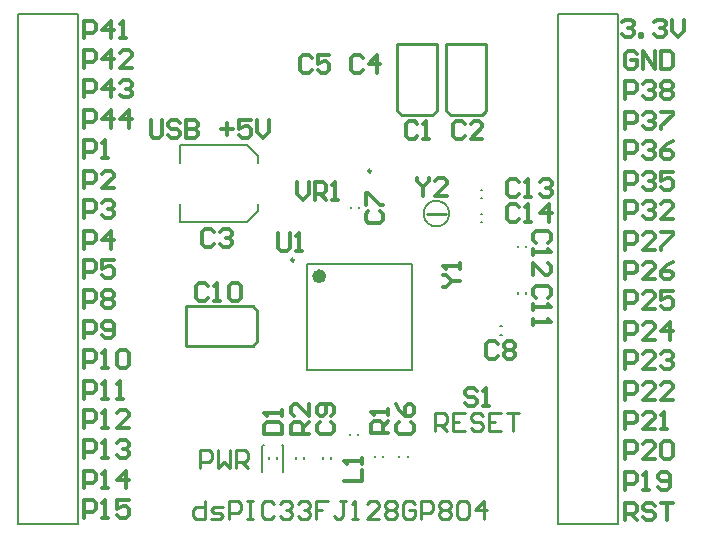
<source format=gto>
G04 Layer_Color=65535*
%FSLAX25Y25*%
%MOIN*%
G70*
G01*
G75*
%ADD32C,0.00984*%
%ADD33C,0.00787*%
%ADD34C,0.02362*%
%ADD35C,0.01000*%
%ADD36C,0.01181*%
D32*
X121539Y121153D02*
G03*
X121539Y121153I-492J0D01*
G01*
X95870Y91496D02*
G03*
X95870Y91496I-492J0D01*
G01*
D33*
X147577Y106968D02*
G03*
X147577Y106968I-4259J0D01*
G01*
X3819Y173500D02*
X23819D01*
X3819Y3500D02*
X23819D01*
X3819D02*
Y173500D01*
X23819Y3500D02*
Y173500D01*
X183819D02*
X203819D01*
X183819Y3500D02*
X203819D01*
X183819D02*
Y173500D01*
X203819Y3500D02*
Y173500D01*
X83811Y107748D02*
Y110307D01*
X80071Y104008D02*
X83811Y107748D01*
X80071Y129992D02*
X83811Y126252D01*
Y123693D02*
Y126252D01*
X57827Y104008D02*
X80071D01*
X57827D02*
Y110307D01*
Y123693D02*
Y129992D01*
X80071D01*
X100299Y54980D02*
Y90020D01*
X135339Y54980D02*
Y90020D01*
X100299D02*
X135339D01*
X100299Y54980D02*
X135339D01*
X122909Y25815D02*
Y26209D01*
X125665Y25815D02*
Y26209D01*
X133728Y25791D02*
Y26185D01*
X130972Y25791D02*
Y26185D01*
X114909Y108815D02*
Y109209D01*
X117665Y108815D02*
Y109209D01*
X164634Y69410D02*
X165028D01*
X164634Y66654D02*
X165028D01*
X108228Y25291D02*
Y25685D01*
X105472Y25291D02*
Y25685D01*
X170409Y80315D02*
Y80709D01*
X173165Y80315D02*
Y80709D01*
X173228Y95791D02*
Y96185D01*
X170472Y95791D02*
Y96185D01*
X158134Y106910D02*
X158528D01*
X158134Y104154D02*
X158528D01*
X158134Y114910D02*
X158528D01*
X158134Y112153D02*
X158528D01*
X114409Y33059D02*
Y33453D01*
X117165Y33059D02*
Y33453D01*
X99228Y25291D02*
Y25685D01*
X96472Y25291D02*
Y25685D01*
X87472Y25291D02*
Y25685D01*
X90228Y25291D02*
Y25685D01*
X85319Y21000D02*
Y29500D01*
X85819Y30000D01*
X92319Y21000D02*
Y29500D01*
X91819Y30000D02*
X92319Y29500D01*
D34*
X105417Y86083D02*
G03*
X105417Y86083I-1181J0D01*
G01*
D35*
X146626Y141264D02*
X148201Y139689D01*
X158437D02*
X160012Y141264D01*
X148201Y139689D02*
X158437D01*
X146626Y163508D02*
X160012D01*
Y141264D02*
Y163508D01*
X146626Y141264D02*
Y163508D01*
X130126Y141264D02*
X131701Y139689D01*
X141937D02*
X143512Y141264D01*
X131701Y139689D02*
X141937D01*
X130126Y163508D02*
X143512D01*
Y141264D02*
Y163508D01*
X130126Y141264D02*
Y163508D01*
X140169Y106968D02*
X146468D01*
X82055Y62807D02*
X83630Y64382D01*
X82055Y76193D02*
X83630Y74618D01*
Y64382D02*
Y74618D01*
X59811Y62807D02*
Y76193D01*
X82055D01*
X59811Y62807D02*
X82055D01*
X64567Y22047D02*
Y28045D01*
X67566D01*
X68566Y27046D01*
Y25046D01*
X67566Y24047D01*
X64567D01*
X70565Y28045D02*
Y22047D01*
X72564Y24047D01*
X74564Y22047D01*
Y28045D01*
X76563Y22047D02*
Y28045D01*
X79562D01*
X80562Y27046D01*
Y25046D01*
X79562Y24047D01*
X76563D01*
X78562D02*
X80562Y22047D01*
X142819Y34500D02*
Y40498D01*
X145818D01*
X146818Y39498D01*
Y37499D01*
X145818Y36499D01*
X142819D01*
X144818D02*
X146818Y34500D01*
X152816Y40498D02*
X148817D01*
Y34500D01*
X152816D01*
X148817Y37499D02*
X150816D01*
X158814Y39498D02*
X157814Y40498D01*
X155815D01*
X154815Y39498D01*
Y38499D01*
X155815Y37499D01*
X157814D01*
X158814Y36499D01*
Y35500D01*
X157814Y34500D01*
X155815D01*
X154815Y35500D01*
X164812Y40498D02*
X160813D01*
Y34500D01*
X164812D01*
X160813Y37499D02*
X162812D01*
X166811Y40498D02*
X170810D01*
X168810D01*
Y34500D01*
X66203Y11116D02*
Y5118D01*
X63204D01*
X62205Y6118D01*
Y8117D01*
X63204Y9117D01*
X66203D01*
X68203Y5118D02*
X71202D01*
X72202Y6118D01*
X71202Y7118D01*
X69203D01*
X68203Y8117D01*
X69203Y9117D01*
X72202D01*
X74201Y5118D02*
Y11116D01*
X77200D01*
X78199Y10116D01*
Y8117D01*
X77200Y7118D01*
X74201D01*
X80199Y11116D02*
X82198D01*
X81199D01*
Y5118D01*
X80199D01*
X82198D01*
X89196Y10116D02*
X88196Y11116D01*
X86197D01*
X85197Y10116D01*
Y6118D01*
X86197Y5118D01*
X88196D01*
X89196Y6118D01*
X91195Y10116D02*
X92195Y11116D01*
X94194D01*
X95194Y10116D01*
Y9117D01*
X94194Y8117D01*
X93195D01*
X94194D01*
X95194Y7118D01*
Y6118D01*
X94194Y5118D01*
X92195D01*
X91195Y6118D01*
X97193Y10116D02*
X98193Y11116D01*
X100192D01*
X101192Y10116D01*
Y9117D01*
X100192Y8117D01*
X99193D01*
X100192D01*
X101192Y7118D01*
Y6118D01*
X100192Y5118D01*
X98193D01*
X97193Y6118D01*
X107190Y11116D02*
X103191D01*
Y8117D01*
X105191D01*
X103191D01*
Y5118D01*
X113188Y11116D02*
X111189D01*
X112189D01*
Y6118D01*
X111189Y5118D01*
X110189D01*
X109189Y6118D01*
X115188Y5118D02*
X117187D01*
X116187D01*
Y11116D01*
X115188Y10116D01*
X124185Y5118D02*
X120186D01*
X124185Y9117D01*
Y10116D01*
X123185Y11116D01*
X121186D01*
X120186Y10116D01*
X126184D02*
X127184Y11116D01*
X129183D01*
X130183Y10116D01*
Y9117D01*
X129183Y8117D01*
X130183Y7118D01*
Y6118D01*
X129183Y5118D01*
X127184D01*
X126184Y6118D01*
Y7118D01*
X127184Y8117D01*
X126184Y9117D01*
Y10116D01*
X127184Y8117D02*
X129183D01*
X136181Y10116D02*
X135181Y11116D01*
X133182D01*
X132182Y10116D01*
Y6118D01*
X133182Y5118D01*
X135181D01*
X136181Y6118D01*
Y8117D01*
X134181D01*
X138180Y5118D02*
Y11116D01*
X141179D01*
X142179Y10116D01*
Y8117D01*
X141179Y7118D01*
X138180D01*
X144178Y10116D02*
X145178Y11116D01*
X147177D01*
X148177Y10116D01*
Y9117D01*
X147177Y8117D01*
X148177Y7118D01*
Y6118D01*
X147177Y5118D01*
X145178D01*
X144178Y6118D01*
Y7118D01*
X145178Y8117D01*
X144178Y9117D01*
Y10116D01*
X145178Y8117D02*
X147177D01*
X150176Y10116D02*
X151176Y11116D01*
X153175D01*
X154175Y10116D01*
Y6118D01*
X153175Y5118D01*
X151176D01*
X150176Y6118D01*
Y10116D01*
X159173Y5118D02*
Y11116D01*
X156174Y8117D01*
X160173D01*
D36*
X206299Y4724D02*
Y10628D01*
X209251D01*
X210235Y9644D01*
Y7676D01*
X209251Y6692D01*
X206299D01*
X208267D02*
X210235Y4724D01*
X216139Y9644D02*
X215155Y10628D01*
X213187D01*
X212203Y9644D01*
Y8660D01*
X213187Y7676D01*
X215155D01*
X216139Y6692D01*
Y5708D01*
X215155Y4724D01*
X213187D01*
X212203Y5708D01*
X218106Y10628D02*
X222042D01*
X220074D01*
Y4724D01*
X25984Y5512D02*
Y11415D01*
X28936D01*
X29920Y10431D01*
Y8464D01*
X28936Y7480D01*
X25984D01*
X31888Y5512D02*
X33856D01*
X32872D01*
Y11415D01*
X31888Y10431D01*
X40743Y11415D02*
X36808D01*
Y8464D01*
X38775Y9448D01*
X39759D01*
X40743Y8464D01*
Y6496D01*
X39759Y5512D01*
X37791D01*
X36808Y6496D01*
X137008Y118896D02*
Y117912D01*
X138976Y115944D01*
X140944Y117912D01*
Y118896D01*
X138976Y115944D02*
Y112992D01*
X146847D02*
X142912D01*
X146847Y116928D01*
Y117912D01*
X145863Y118896D01*
X143895D01*
X142912Y117912D01*
X145415Y82500D02*
X146399D01*
X148367Y84468D01*
X146399Y86436D01*
X145415D01*
X148367Y84468D02*
X151319D01*
Y88404D02*
Y90372D01*
Y89388D01*
X145415D01*
X146399Y88404D01*
X100819Y33500D02*
X94915D01*
Y36452D01*
X95899Y37436D01*
X97867D01*
X98851Y36452D01*
Y33500D01*
Y35468D02*
X100819Y37436D01*
Y43339D02*
Y39404D01*
X96883Y43339D01*
X95899D01*
X94915Y42355D01*
Y40387D01*
X95899Y39404D01*
X112600Y17717D02*
X118504D01*
Y21652D01*
Y23620D02*
Y25588D01*
Y24604D01*
X112600D01*
X113584Y23620D01*
X48031Y138187D02*
Y133267D01*
X49015Y132283D01*
X50983D01*
X51967Y133267D01*
Y138187D01*
X57871Y137203D02*
X56887Y138187D01*
X54919D01*
X53935Y137203D01*
Y136219D01*
X54919Y135235D01*
X56887D01*
X57871Y134251D01*
Y133267D01*
X56887Y132283D01*
X54919D01*
X53935Y133267D01*
X59839Y138187D02*
Y132283D01*
X62791D01*
X63774Y133267D01*
Y134251D01*
X62791Y135235D01*
X59839D01*
X62791D01*
X63774Y136219D01*
Y137203D01*
X62791Y138187D01*
X59839D01*
X71646Y135235D02*
X75582D01*
X73614Y137203D02*
Y133267D01*
X81485Y138187D02*
X77549D01*
Y135235D01*
X79517Y136219D01*
X80501D01*
X81485Y135235D01*
Y133267D01*
X80501Y132283D01*
X78533D01*
X77549Y133267D01*
X83453Y138187D02*
Y134251D01*
X85421Y132283D01*
X87389Y134251D01*
Y138187D01*
X85915Y33500D02*
X91819D01*
Y36452D01*
X90835Y37436D01*
X86899D01*
X85915Y36452D01*
Y33500D01*
X91819Y39404D02*
Y41372D01*
Y40387D01*
X85915D01*
X86899Y39404D01*
X170865Y109250D02*
X169881Y110234D01*
X167913D01*
X166929Y109250D01*
Y105315D01*
X167913Y104331D01*
X169881D01*
X170865Y105315D01*
X172833Y104331D02*
X174801D01*
X173817D01*
Y110234D01*
X172833Y109250D01*
X180704Y104331D02*
Y110234D01*
X177752Y107282D01*
X181688D01*
X170865Y117518D02*
X169881Y118502D01*
X167913D01*
X166929Y117518D01*
Y113582D01*
X167913Y112598D01*
X169881D01*
X170865Y113582D01*
X172833Y112598D02*
X174801D01*
X173817D01*
Y118502D01*
X172833Y117518D01*
X177752D02*
X178736Y118502D01*
X180704D01*
X181688Y117518D01*
Y116534D01*
X180704Y115550D01*
X179720D01*
X180704D01*
X181688Y114566D01*
Y113582D01*
X180704Y112598D01*
X178736D01*
X177752Y113582D01*
X180510Y97245D02*
X181494Y98229D01*
Y100197D01*
X180510Y101181D01*
X176575D01*
X175591Y100197D01*
Y98229D01*
X176575Y97245D01*
X175591Y95278D02*
Y93310D01*
Y94294D01*
X181494D01*
X180510Y95278D01*
X175591Y86422D02*
Y90358D01*
X179526Y86422D01*
X180510D01*
X181494Y87406D01*
Y89374D01*
X180510Y90358D01*
Y78741D02*
X181494Y79725D01*
Y81693D01*
X180510Y82677D01*
X176575D01*
X175591Y81693D01*
Y79725D01*
X176575Y78741D01*
X175591Y76774D02*
Y74806D01*
Y75790D01*
X181494D01*
X180510Y76774D01*
X175591Y71854D02*
Y69886D01*
Y70870D01*
X181494D01*
X180510Y71854D01*
X67255Y82920D02*
X66271Y83904D01*
X64303D01*
X63319Y82920D01*
Y78984D01*
X64303Y78000D01*
X66271D01*
X67255Y78984D01*
X69222Y78000D02*
X71190D01*
X70206D01*
Y83904D01*
X69222Y82920D01*
X74142D02*
X75126Y83904D01*
X77094D01*
X78078Y82920D01*
Y78984D01*
X77094Y78000D01*
X75126D01*
X74142Y78984D01*
Y82920D01*
X104399Y37436D02*
X103415Y36452D01*
Y34484D01*
X104399Y33500D01*
X108335D01*
X109319Y34484D01*
Y36452D01*
X108335Y37436D01*
Y39404D02*
X109319Y40387D01*
Y42355D01*
X108335Y43339D01*
X104399D01*
X103415Y42355D01*
Y40387D01*
X104399Y39404D01*
X105383D01*
X106367Y40387D01*
Y43339D01*
X163755Y63420D02*
X162771Y64404D01*
X160803D01*
X159819Y63420D01*
Y59484D01*
X160803Y58500D01*
X162771D01*
X163755Y59484D01*
X165723Y63420D02*
X166706Y64404D01*
X168674D01*
X169658Y63420D01*
Y62436D01*
X168674Y61452D01*
X169658Y60468D01*
Y59484D01*
X168674Y58500D01*
X166706D01*
X165723Y59484D01*
Y60468D01*
X166706Y61452D01*
X165723Y62436D01*
Y63420D01*
X166706Y61452D02*
X168674D01*
X120671Y107873D02*
X119687Y106889D01*
Y104921D01*
X120671Y103937D01*
X124607D01*
X125591Y104921D01*
Y106889D01*
X124607Y107873D01*
X119687Y109841D02*
Y113776D01*
X120671D01*
X124607Y109841D01*
X125591D01*
X137007Y136809D02*
X136023Y137793D01*
X134055D01*
X133071Y136809D01*
Y132874D01*
X134055Y131890D01*
X136023D01*
X137007Y132874D01*
X138974Y131890D02*
X140942D01*
X139958D01*
Y137793D01*
X138974Y136809D01*
X152755D02*
X151771Y137793D01*
X149803D01*
X148819Y136809D01*
Y132874D01*
X149803Y131890D01*
X151771D01*
X152755Y132874D01*
X158658Y131890D02*
X154722D01*
X158658Y135826D01*
Y136809D01*
X157674Y137793D01*
X155706D01*
X154722Y136809D01*
X69255Y100920D02*
X68271Y101904D01*
X66303D01*
X65319Y100920D01*
Y96984D01*
X66303Y96000D01*
X68271D01*
X69255Y96984D01*
X71223Y100920D02*
X72206Y101904D01*
X74174D01*
X75158Y100920D01*
Y99936D01*
X74174Y98952D01*
X73190D01*
X74174D01*
X75158Y97968D01*
Y96984D01*
X74174Y96000D01*
X72206D01*
X71223Y96984D01*
X118755Y158920D02*
X117771Y159904D01*
X115803D01*
X114819Y158920D01*
Y154984D01*
X115803Y154000D01*
X117771D01*
X118755Y154984D01*
X123674Y154000D02*
Y159904D01*
X120722Y156952D01*
X124658D01*
X101755Y158920D02*
X100771Y159904D01*
X98803D01*
X97819Y158920D01*
Y154984D01*
X98803Y154000D01*
X100771D01*
X101755Y154984D01*
X107658Y159904D02*
X103723D01*
Y156952D01*
X105690Y157936D01*
X106674D01*
X107658Y156952D01*
Y154984D01*
X106674Y154000D01*
X104706D01*
X103723Y154984D01*
X130899Y37436D02*
X129915Y36452D01*
Y34484D01*
X130899Y33500D01*
X134835D01*
X135819Y34484D01*
Y36452D01*
X134835Y37436D01*
X129915Y43339D02*
X130899Y41372D01*
X132867Y39404D01*
X134835D01*
X135819Y40387D01*
Y42355D01*
X134835Y43339D01*
X133851D01*
X132867Y42355D01*
Y39404D01*
X127319Y34000D02*
X121415D01*
Y36952D01*
X122399Y37936D01*
X124367D01*
X125351Y36952D01*
Y34000D01*
Y35968D02*
X127319Y37936D01*
Y39904D02*
Y41872D01*
Y40887D01*
X121415D01*
X122399Y39904D01*
X156755Y47920D02*
X155771Y48904D01*
X153803D01*
X152819Y47920D01*
Y46936D01*
X153803Y45952D01*
X155771D01*
X156755Y44968D01*
Y43984D01*
X155771Y43000D01*
X153803D01*
X152819Y43984D01*
X158722Y43000D02*
X160690D01*
X159706D01*
Y48904D01*
X158722Y47920D01*
X90551Y100392D02*
Y95472D01*
X91535Y94488D01*
X93503D01*
X94487Y95472D01*
Y100392D01*
X96455Y94488D02*
X98423D01*
X97439D01*
Y100392D01*
X96455Y99408D01*
X96819Y117404D02*
Y113468D01*
X98787Y111500D01*
X100755Y113468D01*
Y117404D01*
X102723Y111500D02*
Y117404D01*
X105674D01*
X106658Y116420D01*
Y114452D01*
X105674Y113468D01*
X102723D01*
X104690D02*
X106658Y111500D01*
X108626D02*
X110594D01*
X109610D01*
Y117404D01*
X108626Y116420D01*
X25984Y165354D02*
Y171258D01*
X28936D01*
X29920Y170274D01*
Y168306D01*
X28936Y167322D01*
X25984D01*
X34840Y165354D02*
Y171258D01*
X31888Y168306D01*
X35824D01*
X37791Y165354D02*
X39759D01*
X38775D01*
Y171258D01*
X37791Y170274D01*
X25984Y155512D02*
Y161415D01*
X28936D01*
X29920Y160432D01*
Y158464D01*
X28936Y157480D01*
X25984D01*
X34840Y155512D02*
Y161415D01*
X31888Y158464D01*
X35824D01*
X41727Y155512D02*
X37791D01*
X41727Y159448D01*
Y160432D01*
X40743Y161415D01*
X38775D01*
X37791Y160432D01*
X25984Y145669D02*
Y151573D01*
X28936D01*
X29920Y150589D01*
Y148621D01*
X28936Y147637D01*
X25984D01*
X34840Y145669D02*
Y151573D01*
X31888Y148621D01*
X35824D01*
X37791Y150589D02*
X38775Y151573D01*
X40743D01*
X41727Y150589D01*
Y149605D01*
X40743Y148621D01*
X39759D01*
X40743D01*
X41727Y147637D01*
Y146653D01*
X40743Y145669D01*
X38775D01*
X37791Y146653D01*
X25984Y135433D02*
Y141337D01*
X28936D01*
X29920Y140353D01*
Y138385D01*
X28936Y137401D01*
X25984D01*
X34840Y135433D02*
Y141337D01*
X31888Y138385D01*
X35824D01*
X40743Y135433D02*
Y141337D01*
X37791Y138385D01*
X41727D01*
X25984Y125591D02*
Y131494D01*
X28936D01*
X29920Y130510D01*
Y128542D01*
X28936Y127558D01*
X25984D01*
X31888Y125591D02*
X33856D01*
X32872D01*
Y131494D01*
X31888Y130510D01*
X25984Y115354D02*
Y121258D01*
X28936D01*
X29920Y120274D01*
Y118306D01*
X28936Y117322D01*
X25984D01*
X35824Y115354D02*
X31888D01*
X35824Y119290D01*
Y120274D01*
X34840Y121258D01*
X32872D01*
X31888Y120274D01*
X25984Y105512D02*
Y111415D01*
X28936D01*
X29920Y110432D01*
Y108464D01*
X28936Y107480D01*
X25984D01*
X31888Y110432D02*
X32872Y111415D01*
X34840D01*
X35824Y110432D01*
Y109448D01*
X34840Y108464D01*
X33856D01*
X34840D01*
X35824Y107480D01*
Y106496D01*
X34840Y105512D01*
X32872D01*
X31888Y106496D01*
X25984Y95276D02*
Y101179D01*
X28936D01*
X29920Y100195D01*
Y98227D01*
X28936Y97243D01*
X25984D01*
X34840Y95276D02*
Y101179D01*
X31888Y98227D01*
X35824D01*
X25984Y85433D02*
Y91337D01*
X28936D01*
X29920Y90353D01*
Y88385D01*
X28936Y87401D01*
X25984D01*
X35824Y91337D02*
X31888D01*
Y88385D01*
X33856Y89369D01*
X34840D01*
X35824Y88385D01*
Y86417D01*
X34840Y85433D01*
X32872D01*
X31888Y86417D01*
X25984Y75590D02*
Y81494D01*
X28936D01*
X29920Y80510D01*
Y78542D01*
X28936Y77558D01*
X25984D01*
X31888Y80510D02*
X32872Y81494D01*
X34840D01*
X35824Y80510D01*
Y79526D01*
X34840Y78542D01*
X35824Y77558D01*
Y76574D01*
X34840Y75590D01*
X32872D01*
X31888Y76574D01*
Y77558D01*
X32872Y78542D01*
X31888Y79526D01*
Y80510D01*
X32872Y78542D02*
X34840D01*
X25984Y65354D02*
Y71258D01*
X28936D01*
X29920Y70274D01*
Y68306D01*
X28936Y67322D01*
X25984D01*
X31888Y66338D02*
X32872Y65354D01*
X34840D01*
X35824Y66338D01*
Y70274D01*
X34840Y71258D01*
X32872D01*
X31888Y70274D01*
Y69290D01*
X32872Y68306D01*
X35824D01*
X25984Y55512D02*
Y61415D01*
X28936D01*
X29920Y60431D01*
Y58464D01*
X28936Y57480D01*
X25984D01*
X31888Y55512D02*
X33856D01*
X32872D01*
Y61415D01*
X31888Y60431D01*
X36808D02*
X37791Y61415D01*
X39759D01*
X40743Y60431D01*
Y56496D01*
X39759Y55512D01*
X37791D01*
X36808Y56496D01*
Y60431D01*
X25984Y45276D02*
Y51179D01*
X28936D01*
X29920Y50195D01*
Y48227D01*
X28936Y47243D01*
X25984D01*
X31888Y45276D02*
X33856D01*
X32872D01*
Y51179D01*
X31888Y50195D01*
X36808Y45276D02*
X38775D01*
X37791D01*
Y51179D01*
X36808Y50195D01*
X25984Y35433D02*
Y41337D01*
X28936D01*
X29920Y40353D01*
Y38385D01*
X28936Y37401D01*
X25984D01*
X31888Y35433D02*
X33856D01*
X32872D01*
Y41337D01*
X31888Y40353D01*
X40743Y35433D02*
X36808D01*
X40743Y39369D01*
Y40353D01*
X39759Y41337D01*
X37791D01*
X36808Y40353D01*
X25984Y25591D02*
Y31494D01*
X28936D01*
X29920Y30510D01*
Y28542D01*
X28936Y27558D01*
X25984D01*
X31888Y25591D02*
X33856D01*
X32872D01*
Y31494D01*
X31888Y30510D01*
X36808D02*
X37791Y31494D01*
X39759D01*
X40743Y30510D01*
Y29526D01*
X39759Y28542D01*
X38775D01*
X39759D01*
X40743Y27558D01*
Y26575D01*
X39759Y25591D01*
X37791D01*
X36808Y26575D01*
X25984Y15354D02*
Y21258D01*
X28936D01*
X29920Y20274D01*
Y18306D01*
X28936Y17322D01*
X25984D01*
X31888Y15354D02*
X33856D01*
X32872D01*
Y21258D01*
X31888Y20274D01*
X39759Y15354D02*
Y21258D01*
X36808Y18306D01*
X40743D01*
X206299Y14961D02*
Y20864D01*
X209251D01*
X210235Y19880D01*
Y17912D01*
X209251Y16928D01*
X206299D01*
X212203Y14961D02*
X214171D01*
X213187D01*
Y20864D01*
X212203Y19880D01*
X217123Y15945D02*
X218106Y14961D01*
X220074D01*
X221058Y15945D01*
Y19880D01*
X220074Y20864D01*
X218106D01*
X217123Y19880D01*
Y18896D01*
X218106Y17912D01*
X221058D01*
X206299Y25197D02*
Y31100D01*
X209251D01*
X210235Y30117D01*
Y28149D01*
X209251Y27165D01*
X206299D01*
X216139Y25197D02*
X212203D01*
X216139Y29133D01*
Y30117D01*
X215155Y31100D01*
X213187D01*
X212203Y30117D01*
X218106D02*
X219090Y31100D01*
X221058D01*
X222042Y30117D01*
Y26181D01*
X221058Y25197D01*
X219090D01*
X218106Y26181D01*
Y30117D01*
X206299Y35039D02*
Y40943D01*
X209251D01*
X210235Y39959D01*
Y37991D01*
X209251Y37007D01*
X206299D01*
X216139Y35039D02*
X212203D01*
X216139Y38975D01*
Y39959D01*
X215155Y40943D01*
X213187D01*
X212203Y39959D01*
X218106Y35039D02*
X220074D01*
X219090D01*
Y40943D01*
X218106Y39959D01*
X206299Y44882D02*
Y50785D01*
X209251D01*
X210235Y49802D01*
Y47834D01*
X209251Y46850D01*
X206299D01*
X216139Y44882D02*
X212203D01*
X216139Y48818D01*
Y49802D01*
X215155Y50785D01*
X213187D01*
X212203Y49802D01*
X222042Y44882D02*
X218106D01*
X222042Y48818D01*
Y49802D01*
X221058Y50785D01*
X219090D01*
X218106Y49802D01*
X206299Y55118D02*
Y61022D01*
X209251D01*
X210235Y60038D01*
Y58070D01*
X209251Y57086D01*
X206299D01*
X216139Y55118D02*
X212203D01*
X216139Y59054D01*
Y60038D01*
X215155Y61022D01*
X213187D01*
X212203Y60038D01*
X218106D02*
X219090Y61022D01*
X221058D01*
X222042Y60038D01*
Y59054D01*
X221058Y58070D01*
X220074D01*
X221058D01*
X222042Y57086D01*
Y56102D01*
X221058Y55118D01*
X219090D01*
X218106Y56102D01*
X206299Y64961D02*
Y70864D01*
X209251D01*
X210235Y69880D01*
Y67912D01*
X209251Y66928D01*
X206299D01*
X216139Y64961D02*
X212203D01*
X216139Y68896D01*
Y69880D01*
X215155Y70864D01*
X213187D01*
X212203Y69880D01*
X221058Y64961D02*
Y70864D01*
X218106Y67912D01*
X222042D01*
X206299Y75197D02*
Y81100D01*
X209251D01*
X210235Y80116D01*
Y78149D01*
X209251Y77165D01*
X206299D01*
X216139Y75197D02*
X212203D01*
X216139Y79133D01*
Y80116D01*
X215155Y81100D01*
X213187D01*
X212203Y80116D01*
X222042Y81100D02*
X218106D01*
Y78149D01*
X220074Y79133D01*
X221058D01*
X222042Y78149D01*
Y76181D01*
X221058Y75197D01*
X219090D01*
X218106Y76181D01*
X206299Y85039D02*
Y90943D01*
X209251D01*
X210235Y89959D01*
Y87991D01*
X209251Y87007D01*
X206299D01*
X216139Y85039D02*
X212203D01*
X216139Y88975D01*
Y89959D01*
X215155Y90943D01*
X213187D01*
X212203Y89959D01*
X222042Y90943D02*
X220074Y89959D01*
X218106Y87991D01*
Y86023D01*
X219090Y85039D01*
X221058D01*
X222042Y86023D01*
Y87007D01*
X221058Y87991D01*
X218106D01*
X206299Y94882D02*
Y100786D01*
X209251D01*
X210235Y99802D01*
Y97834D01*
X209251Y96850D01*
X206299D01*
X216139Y94882D02*
X212203D01*
X216139Y98818D01*
Y99802D01*
X215155Y100786D01*
X213187D01*
X212203Y99802D01*
X218106Y100786D02*
X222042D01*
Y99802D01*
X218106Y95866D01*
Y94882D01*
X206299Y105118D02*
Y111022D01*
X209251D01*
X210235Y110038D01*
Y108070D01*
X209251Y107086D01*
X206299D01*
X212203Y110038D02*
X213187Y111022D01*
X215155D01*
X216139Y110038D01*
Y109054D01*
X215155Y108070D01*
X214171D01*
X215155D01*
X216139Y107086D01*
Y106102D01*
X215155Y105118D01*
X213187D01*
X212203Y106102D01*
X222042Y105118D02*
X218106D01*
X222042Y109054D01*
Y110038D01*
X221058Y111022D01*
X219090D01*
X218106Y110038D01*
X206299Y114961D02*
Y120864D01*
X209251D01*
X210235Y119880D01*
Y117912D01*
X209251Y116929D01*
X206299D01*
X212203Y119880D02*
X213187Y120864D01*
X215155D01*
X216139Y119880D01*
Y118896D01*
X215155Y117912D01*
X214171D01*
X215155D01*
X216139Y116929D01*
Y115945D01*
X215155Y114961D01*
X213187D01*
X212203Y115945D01*
X222042Y120864D02*
X218106D01*
Y117912D01*
X220074Y118896D01*
X221058D01*
X222042Y117912D01*
Y115945D01*
X221058Y114961D01*
X219090D01*
X218106Y115945D01*
X206299Y125197D02*
Y131100D01*
X209251D01*
X210235Y130116D01*
Y128149D01*
X209251Y127165D01*
X206299D01*
X212203Y130116D02*
X213187Y131100D01*
X215155D01*
X216139Y130116D01*
Y129133D01*
X215155Y128149D01*
X214171D01*
X215155D01*
X216139Y127165D01*
Y126181D01*
X215155Y125197D01*
X213187D01*
X212203Y126181D01*
X222042Y131100D02*
X220074Y130116D01*
X218106Y128149D01*
Y126181D01*
X219090Y125197D01*
X221058D01*
X222042Y126181D01*
Y127165D01*
X221058Y128149D01*
X218106D01*
X206299Y135039D02*
Y140943D01*
X209251D01*
X210235Y139959D01*
Y137991D01*
X209251Y137007D01*
X206299D01*
X212203Y139959D02*
X213187Y140943D01*
X215155D01*
X216139Y139959D01*
Y138975D01*
X215155Y137991D01*
X214171D01*
X215155D01*
X216139Y137007D01*
Y136023D01*
X215155Y135039D01*
X213187D01*
X212203Y136023D01*
X218106Y140943D02*
X222042D01*
Y139959D01*
X218106Y136023D01*
Y135039D01*
X206299Y145276D02*
Y151179D01*
X209251D01*
X210235Y150195D01*
Y148227D01*
X209251Y147243D01*
X206299D01*
X212203Y150195D02*
X213187Y151179D01*
X215155D01*
X216139Y150195D01*
Y149211D01*
X215155Y148227D01*
X214171D01*
X215155D01*
X216139Y147243D01*
Y146259D01*
X215155Y145276D01*
X213187D01*
X212203Y146259D01*
X218106Y150195D02*
X219090Y151179D01*
X221058D01*
X222042Y150195D01*
Y149211D01*
X221058Y148227D01*
X222042Y147243D01*
Y146259D01*
X221058Y145276D01*
X219090D01*
X218106Y146259D01*
Y147243D01*
X219090Y148227D01*
X218106Y149211D01*
Y150195D01*
X219090Y148227D02*
X221058D01*
X210235Y160038D02*
X209251Y161022D01*
X207283D01*
X206299Y160038D01*
Y156102D01*
X207283Y155118D01*
X209251D01*
X210235Y156102D01*
Y158070D01*
X208267D01*
X212203Y155118D02*
Y161022D01*
X216139Y155118D01*
Y161022D01*
X218106D02*
Y155118D01*
X221058D01*
X222042Y156102D01*
Y160038D01*
X221058Y161022D01*
X218106D01*
X205118Y170668D02*
X206102Y171652D01*
X208070D01*
X209054Y170668D01*
Y169684D01*
X208070Y168700D01*
X207086D01*
X208070D01*
X209054Y167716D01*
Y166732D01*
X208070Y165748D01*
X206102D01*
X205118Y166732D01*
X211022Y165748D02*
Y166732D01*
X212006D01*
Y165748D01*
X211022D01*
X215941Y170668D02*
X216925Y171652D01*
X218893D01*
X219877Y170668D01*
Y169684D01*
X218893Y168700D01*
X217909D01*
X218893D01*
X219877Y167716D01*
Y166732D01*
X218893Y165748D01*
X216925D01*
X215941Y166732D01*
X221845Y171652D02*
Y167716D01*
X223813Y165748D01*
X225781Y167716D01*
Y171652D01*
M02*

</source>
